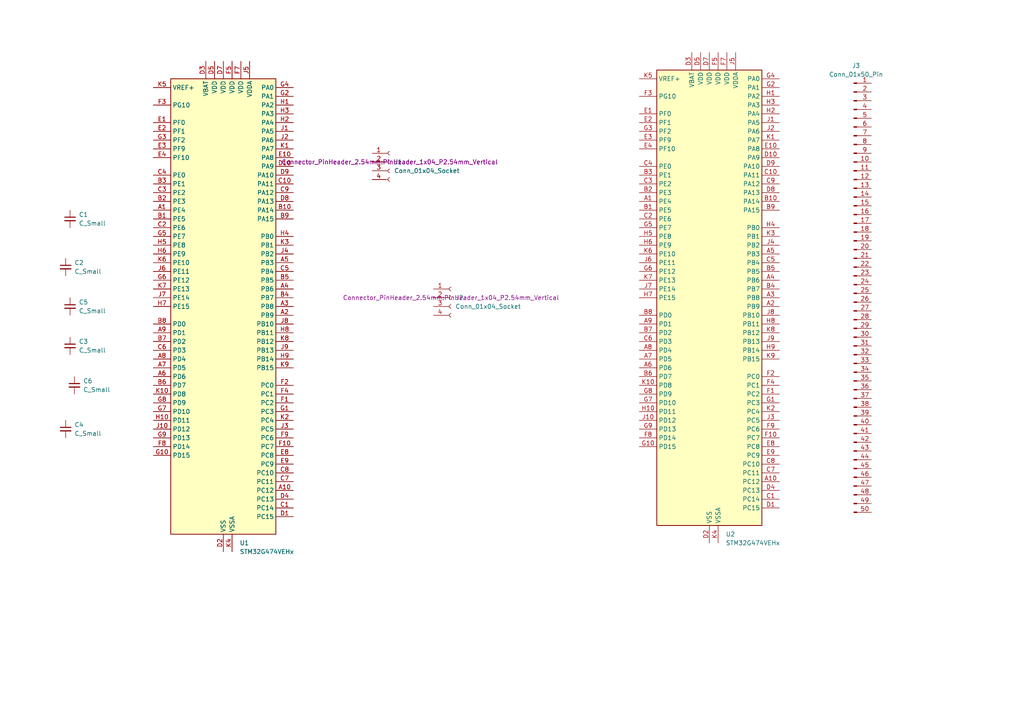
<source format=kicad_sch>
(kicad_sch (version 20230121) (generator eeschema)
  (paper "A4")
  (lib_symbols
    (symbol "Connector:Conn_01x04_Socket" (pin_names (offset 1.016) hide)
      (property "Reference" "J" (at 0 5.08 0))
      (property "Value" "Conn_01x04_Socket" (at 0 -7.62 0))
      (symbol "Conn_01x04_Socket_1_1"
        (arc (start 0 -4.572) (mid -0.5058 -5.08) (end 0 -5.588) (stroke (width 0.1524)))
        (arc (start 0 -2.032) (mid -0.5058 -2.54) (end 0 -3.048) (stroke (width 0.1524)))
        (polyline (pts (xy -1.27 -5.08) (xy -0.508 -5.08)) (stroke (width 0.1524)))
        (polyline (pts (xy -1.27 -2.54) (xy -0.508 -2.54)) (stroke (width 0.1524)))
        (polyline (pts (xy -1.27 0) (xy -0.508 0)) (stroke (width 0.1524)))
        (polyline (pts (xy -1.27 2.54) (xy -0.508 2.54)) (stroke (width 0.1524)))
        (arc (start 0 0.508) (mid -0.5058 0) (end 0 -0.508) (stroke (width 0.1524)))
        (arc (start 0 3.048) (mid -0.5058 2.54) (end 0 2.032) (stroke (width 0.1524)))
        (pin passive line (at -5.08 2.54 0) (length 3.81) (name "Pin_1") (number "1"))
        (pin passive line (at -5.08 0 0) (length 3.81) (name "Pin_2") (number "2"))
        (pin passive line (at -5.08 -2.54 0) (length 3.81) (name "Pin_3") (number "3"))
        (pin passive line (at -5.08 -5.08 0) (length 3.81) (name "Pin_4") (number "4"))
      )
    )
    (symbol "Connector:Conn_01x50_Pin" (pin_names (offset 1.016) hide)
      (property "Reference" "J" (at 0 63.5 0))
      (property "Value" "Conn_01x50_Pin" (at 0 -66.04 0))
      (symbol "Conn_01x50_Pin_1_1"
        (polyline (pts (xy 1.27 -63.5) (xy 0.8636 -63.5)) (stroke (width 0.1524)))
        (polyline (pts (xy 1.27 -60.96) (xy 0.8636 -60.96)) (stroke (width 0.1524)))
        (polyline (pts (xy 1.27 -58.42) (xy 0.8636 -58.42)) (stroke (width 0.1524)))
        (polyline (pts (xy 1.27 -55.88) (xy 0.8636 -55.88)) (stroke (width 0.1524)))
        (polyline (pts (xy 1.27 -53.34) (xy 0.8636 -53.34)) (stroke (width 0.1524)))
        (polyline (pts (xy 1.27 -50.8) (xy 0.8636 -50.8)) (stroke (width 0.1524)))
        (polyline (pts (xy 1.27 -48.26) (xy 0.8636 -48.26)) (stroke (width 0.1524)))
        (polyline (pts (xy 1.27 -45.72) (xy 0.8636 -45.72)) (stroke (width 0.1524)))
        (polyline (pts (xy 1.27 -43.18) (xy 0.8636 -43.18)) (stroke (width 0.1524)))
        (polyline (pts (xy 1.27 -40.64) (xy 0.8636 -40.64)) (stroke (width 0.1524)))
        (polyline (pts (xy 1.27 -38.1) (xy 0.8636 -38.1)) (stroke (width 0.1524)))
        (polyline (pts (xy 1.27 -35.56) (xy 0.8636 -35.56)) (stroke (width 0.1524)))
        (polyline (pts (xy 1.27 -33.02) (xy 0.8636 -33.02)) (stroke (width 0.1524)))
        (polyline (pts (xy 1.27 -30.48) (xy 0.8636 -30.48)) (stroke (width 0.1524)))
        (polyline (pts (xy 1.27 -27.94) (xy 0.8636 -27.94)) (stroke (width 0.1524)))
        (polyline (pts (xy 1.27 -25.4) (xy 0.8636 -25.4)) (stroke (width 0.1524)))
        (polyline (pts (xy 1.27 -22.86) (xy 0.8636 -22.86)) (stroke (width 0.1524)))
        (polyline (pts (xy 1.27 -20.32) (xy 0.8636 -20.32)) (stroke (width 0.1524)))
        (polyline (pts (xy 1.27 -17.78) (xy 0.8636 -17.78)) (stroke (width 0.1524)))
        (polyline (pts (xy 1.27 -15.24) (xy 0.8636 -15.24)) (stroke (width 0.1524)))
        (polyline (pts (xy 1.27 -12.7) (xy 0.8636 -12.7)) (stroke (width 0.1524)))
        (polyline (pts (xy 1.27 -10.16) (xy 0.8636 -10.16)) (stroke (width 0.1524)))
        (polyline (pts (xy 1.27 -7.62) (xy 0.8636 -7.62)) (stroke (width 0.1524)))
        (polyline (pts (xy 1.27 -5.08) (xy 0.8636 -5.08)) (stroke (width 0.1524)))
        (polyline (pts (xy 1.27 -2.54) (xy 0.8636 -2.54)) (stroke (width 0.1524)))
        (polyline (pts (xy 1.27 0) (xy 0.8636 0)) (stroke (width 0.1524)))
        (polyline (pts (xy 1.27 2.54) (xy 0.8636 2.54)) (stroke (width 0.1524)))
        (polyline (pts (xy 1.27 5.08) (xy 0.8636 5.08)) (stroke (width 0.1524)))
        (polyline (pts (xy 1.27 7.62) (xy 0.8636 7.62)) (stroke (width 0.1524)))
        (polyline (pts (xy 1.27 10.16) (xy 0.8636 10.16)) (stroke (width 0.1524)))
        (polyline (pts (xy 1.27 12.7) (xy 0.8636 12.7)) (stroke (width 0.1524)))
        (polyline (pts (xy 1.27 15.24) (xy 0.8636 15.24)) (stroke (width 0.1524)))
        (polyline (pts (xy 1.27 17.78) (xy 0.8636 17.78)) (stroke (width 0.1524)))
        (polyline (pts (xy 1.27 20.32) (xy 0.8636 20.32)) (stroke (width 0.1524)))
        (polyline (pts (xy 1.27 22.86) (xy 0.8636 22.86)) (stroke (width 0.1524)))
        (polyline (pts (xy 1.27 25.4) (xy 0.8636 25.4)) (stroke (width 0.1524)))
        (polyline (pts (xy 1.27 27.94) (xy 0.8636 27.94)) (stroke (width 0.1524)))
        (polyline (pts (xy 1.27 30.48) (xy 0.8636 30.48)) (stroke (width 0.1524)))
        (polyline (pts (xy 1.27 33.02) (xy 0.8636 33.02)) (stroke (width 0.1524)))
        (polyline (pts (xy 1.27 35.56) (xy 0.8636 35.56)) (stroke (width 0.1524)))
        (polyline (pts (xy 1.27 38.1) (xy 0.8636 38.1)) (stroke (width 0.1524)))
        (polyline (pts (xy 1.27 40.64) (xy 0.8636 40.64)) (stroke (width 0.1524)))
        (polyline (pts (xy 1.27 43.18) (xy 0.8636 43.18)) (stroke (width 0.1524)))
        (polyline (pts (xy 1.27 45.72) (xy 0.8636 45.72)) (stroke (width 0.1524)))
        (polyline (pts (xy 1.27 48.26) (xy 0.8636 48.26)) (stroke (width 0.1524)))
        (polyline (pts (xy 1.27 50.8) (xy 0.8636 50.8)) (stroke (width 0.1524)))
        (polyline (pts (xy 1.27 53.34) (xy 0.8636 53.34)) (stroke (width 0.1524)))
        (polyline (pts (xy 1.27 55.88) (xy 0.8636 55.88)) (stroke (width 0.1524)))
        (polyline (pts (xy 1.27 58.42) (xy 0.8636 58.42)) (stroke (width 0.1524)))
        (polyline (pts (xy 1.27 60.96) (xy 0.8636 60.96)) (stroke (width 0.1524)))
        (rectangle (start 0.8636 -63.373) (end 0 -63.627) (stroke (width 0.1524)) (fill (type outline)))
        (rectangle (start 0.8636 -60.833) (end 0 -61.087) (stroke (width 0.1524)) (fill (type outline)))
        (rectangle (start 0.8636 -58.293) (end 0 -58.547) (stroke (width 0.1524)) (fill (type outline)))
        (rectangle (start 0.8636 -55.753) (end 0 -56.007) (stroke (width 0.1524)) (fill (type outline)))
        (rectangle (start 0.8636 -53.213) (end 0 -53.467) (stroke (width 0.1524)) (fill (type outline)))
        (rectangle (start 0.8636 -50.673) (end 0 -50.927) (stroke (width 0.1524)) (fill (type outline)))
        (rectangle (start 0.8636 -48.133) (end 0 -48.387) (stroke (width 0.1524)) (fill (type outline)))
        (rectangle (start 0.8636 -45.593) (end 0 -45.847) (stroke (width 0.1524)) (fill (type outline)))
        (rectangle (start 0.8636 -43.053) (end 0 -43.307) (stroke (width 0.1524)) (fill (type outline)))
        (rectangle (start 0.8636 -40.513) (end 0 -40.767) (stroke (width 0.1524)) (fill (type outline)))
        (rectangle (start 0.8636 -37.973) (end 0 -38.227) (stroke (width 0.1524)) (fill (type outline)))
        (rectangle (start 0.8636 -35.433) (end 0 -35.687) (stroke (width 0.1524)) (fill (type outline)))
        (rectangle (start 0.8636 -32.893) (end 0 -33.147) (stroke (width 0.1524)) (fill (type outline)))
        (rectangle (start 0.8636 -30.353) (end 0 -30.607) (stroke (width 0.1524)) (fill (type outline)))
        (rectangle (start 0.8636 -27.813) (end 0 -28.067) (stroke (width 0.1524)) (fill (type outline)))
        (rectangle (start 0.8636 -25.273) (end 0 -25.527) (stroke (width 0.1524)) (fill (type outline)))
        (rectangle (start 0.8636 -22.733) (end 0 -22.987) (stroke (width 0.1524)) (fill (type outline)))
        (rectangle (start 0.8636 -20.193) (end 0 -20.447) (stroke (width 0.1524)) (fill (type outline)))
        (rectangle (start 0.8636 -17.653) (end 0 -17.907) (stroke (width 0.1524)) (fill (type outline)))
        (rectangle (start 0.8636 -15.113) (end 0 -15.367) (stroke (width 0.1524)) (fill (type outline)))
        (rectangle (start 0.8636 -12.573) (end 0 -12.827) (stroke (width 0.1524)) (fill (type outline)))
        (rectangle (start 0.8636 -10.033) (end 0 -10.287) (stroke (width 0.1524)) (fill (type outline)))
        (rectangle (start 0.8636 -7.493) (end 0 -7.747) (stroke (width 0.1524)) (fill (type outline)))
        (rectangle (start 0.8636 -4.953) (end 0 -5.207) (stroke (width 0.1524)) (fill (type outline)))
        (rectangle (start 0.8636 -2.413) (end 0 -2.667) (stroke (width 0.1524)) (fill (type outline)))
        (rectangle (start 0.8636 0.127) (end 0 -0.127) (stroke (width 0.1524)) (fill (type outline)))
        (rectangle (start 0.8636 2.667) (end 0 2.413) (stroke (width 0.1524)) (fill (type outline)))
        (rectangle (start 0.8636 5.207) (end 0 4.953) (stroke (width 0.1524)) (fill (type outline)))
        (rectangle (start 0.8636 7.747) (end 0 7.493) (stroke (width 0.1524)) (fill (type outline)))
        (rectangle (start 0.8636 10.287) (end 0 10.033) (stroke (width 0.1524)) (fill (type outline)))
        (rectangle (start 0.8636 12.827) (end 0 12.573) (stroke (width 0.1524)) (fill (type outline)))
        (rectangle (start 0.8636 15.367) (end 0 15.113) (stroke (width 0.1524)) (fill (type outline)))
        (rectangle (start 0.8636 17.907) (end 0 17.653) (stroke (width 0.1524)) (fill (type outline)))
        (rectangle (start 0.8636 20.447) (end 0 20.193) (stroke (width 0.1524)) (fill (type outline)))
        (rectangle (start 0.8636 22.987) (end 0 22.733) (stroke (width 0.1524)) (fill (type outline)))
        (rectangle (start 0.8636 25.527) (end 0 25.273) (stroke (width 0.1524)) (fill (type outline)))
        (rectangle (start 0.8636 28.067) (end 0 27.813) (stroke (width 0.1524)) (fill (type outline)))
        (rectangle (start 0.8636 30.607) (end 0 30.353) (stroke (width 0.1524)) (fill (type outline)))
        (rectangle (start 0.8636 33.147) (end 0 32.893) (stroke (width 0.1524)) (fill (type outline)))
        (rectangle (start 0.8636 35.687) (end 0 35.433) (stroke (width 0.1524)) (fill (type outline)))
        (rectangle (start 0.8636 38.227) (end 0 37.973) (stroke (width 0.1524)) (fill (type outline)))
        (rectangle (start 0.8636 40.767) (end 0 40.513) (stroke (width 0.1524)) (fill (type outline)))
        (rectangle (start 0.8636 43.307) (end 0 43.053) (stroke (width 0.1524)) (fill (type outline)))
        (rectangle (start 0.8636 45.847) (end 0 45.593) (stroke (width 0.1524)) (fill (type outline)))
        (rectangle (start 0.8636 48.387) (end 0 48.133) (stroke (width 0.1524)) (fill (type outline)))
        (rectangle (start 0.8636 50.927) (end 0 50.673) (stroke (width 0.1524)) (fill (type outline)))
        (rectangle (start 0.8636 53.467) (end 0 53.213) (stroke (width 0.1524)) (fill (type outline)))
        (rectangle (start 0.8636 56.007) (end 0 55.753) (stroke (width 0.1524)) (fill (type outline)))
        (rectangle (start 0.8636 58.547) (end 0 58.293) (stroke (width 0.1524)) (fill (type outline)))
        (rectangle (start 0.8636 61.087) (end 0 60.833) (stroke (width 0.1524)) (fill (type outline)))
        (pin passive line (at 5.08 60.96 180) (length 3.81) (name "Pin_1") (number "1"))
        (pin passive line (at 5.08 38.1 180) (length 3.81) (name "Pin_10") (number "10"))
        (pin passive line (at 5.08 35.56 180) (length 3.81) (name "Pin_11") (number "11"))
        (pin passive line (at 5.08 33.02 180) (length 3.81) (name "Pin_12") (number "12"))
        (pin passive line (at 5.08 30.48 180) (length 3.81) (name "Pin_13") (number "13"))
        (pin passive line (at 5.08 27.94 180) (length 3.81) (name "Pin_14") (number "14"))
        (pin passive line (at 5.08 25.4 180) (length 3.81) (name "Pin_15") (number "15"))
        (pin passive line (at 5.08 22.86 180) (length 3.81) (name "Pin_16") (number "16"))
        (pin passive line (at 5.08 20.32 180) (length 3.81) (name "Pin_17") (number "17"))
        (pin passive line (at 5.08 17.78 180) (length 3.81) (name "Pin_18") (number "18"))
        (pin passive line (at 5.08 15.24 180) (length 3.81) (name "Pin_19") (number "19"))
        (pin passive line (at 5.08 58.42 180) (length 3.81) (name "Pin_2") (number "2"))
        (pin passive line (at 5.08 12.7 180) (length 3.81) (name "Pin_20") (number "20"))
        (pin passive line (at 5.08 10.16 180) (length 3.81) (name "Pin_21") (number "21"))
        (pin passive line (at 5.08 7.62 180) (length 3.81) (name "Pin_22") (number "22"))
        (pin passive line (at 5.08 5.08 180) (length 3.81) (name "Pin_23") (number "23"))
        (pin passive line (at 5.08 2.54 180) (length 3.81) (name "Pin_24") (number "24"))
        (pin passive line (at 5.08 0 180) (length 3.81) (name "Pin_25") (number "25"))
        (pin passive line (at 5.08 -2.54 180) (length 3.81) (name "Pin_26") (number "26"))
        (pin passive line (at 5.08 -5.08 180) (length 3.81) (name "Pin_27") (number "27"))
        (pin passive line (at 5.08 -7.62 180) (length 3.81) (name "Pin_28") (number "28"))
        (pin passive line (at 5.08 -10.16 180) (length 3.81) (name "Pin_29") (number "29"))
        (pin passive line (at 5.08 55.88 180) (length 3.81) (name "Pin_3") (number "3"))
        (pin passive line (at 5.08 -12.7 180) (length 3.81) (name "Pin_30") (number "30"))
        (pin passive line (at 5.08 -15.24 180) (length 3.81) (name "Pin_31") (number "31"))
        (pin passive line (at 5.08 -17.78 180) (length 3.81) (name "Pin_32") (number "32"))
        (pin passive line (at 5.08 -20.32 180) (length 3.81) (name "Pin_33") (number "33"))
        (pin passive line (at 5.08 -22.86 180) (length 3.81) (name "Pin_34") (number "34"))
        (pin passive line (at 5.08 -25.4 180) (length 3.81) (name "Pin_35") (number "35"))
        (pin passive line (at 5.08 -27.94 180) (length 3.81) (name "Pin_36") (number "36"))
        (pin passive line (at 5.08 -30.48 180) (length 3.81) (name "Pin_37") (number "37"))
        (pin passive line (at 5.08 -33.02 180) (length 3.81) (name "Pin_38") (number "38"))
        (pin passive line (at 5.08 -35.56 180) (length 3.81) (name "Pin_39") (number "39"))
        (pin passive line (at 5.08 53.34 180) (length 3.81) (name "Pin_4") (number "4"))
        (pin passive line (at 5.08 -38.1 180) (length 3.81) (name "Pin_40") (number "40"))
        (pin passive line (at 5.08 -40.64 180) (length 3.81) (name "Pin_41") (number "41"))
        (pin passive line (at 5.08 -43.18 180) (length 3.81) (name "Pin_42") (number "42"))
        (pin passive line (at 5.08 -45.72 180) (length 3.81) (name "Pin_43") (number "43"))
        (pin passive line (at 5.08 -48.26 180) (length 3.81) (name "Pin_44") (number "44"))
        (pin passive line (at 5.08 -50.8 180) (length 3.81) (name "Pin_45") (number "45"))
        (pin passive line (at 5.08 -53.34 180) (length 3.81) (name "Pin_46") (number "46"))
        (pin passive line (at 5.08 -55.88 180) (length 3.81) (name "Pin_47") (number "47"))
        (pin passive line (at 5.08 -58.42 180) (length 3.81) (name "Pin_48") (number "48"))
        (pin passive line (at 5.08 -60.96 180) (length 3.81) (name "Pin_49") (number "49"))
        (pin passive line (at 5.08 50.8 180) (length 3.81) (name "Pin_5") (number "5"))
        (pin passive line (at 5.08 -63.5 180) (length 3.81) (name "Pin_50") (number "50"))
        (pin passive line (at 5.08 48.26 180) (length 3.81) (name "Pin_6") (number "6"))
        (pin passive line (at 5.08 45.72 180) (length 3.81) (name "Pin_7") (number "7"))
        (pin passive line (at 5.08 43.18 180) (length 3.81) (name "Pin_8") (number "8"))
        (pin passive line (at 5.08 40.64 180) (length 3.81) (name "Pin_9") (number "9"))
      )
    )
    (symbol "Device:C_Small" (pin_numbers hide) (pin_names (offset 0.254) hide)
      (property "Reference" "C" (at 0.254 1.778 0))
      (property "Value" "C_Small" (at 0.254 -2.032 0))
      (symbol "C_Small_0_1"
        (polyline (pts (xy -1.524 -0.508) (xy 1.524 -0.508)) (stroke (width 0.3302)))
        (polyline (pts (xy -1.524 0.508) (xy 1.524 0.508)) (stroke (width 0.3048)))
      )
      (symbol "C_Small_1_1"
        (pin passive line (at 0 2.54 270) (length 2.032) (name "~") (number "1"))
        (pin passive line (at 0 -2.54 90) (length 2.032) (name "~") (number "2"))
      )
    )
    (symbol "FPGA_Xilinx_Artix7:XC7A35T-FTG256" (pin_names (offset 1.016))
      (property "Reference" "U" (at 0 1.27 0))
      (property "Value" "XC7A35T-FTG256" (at 0 -1.27 0))
      (symbol "XC7A35T-FTG256_1_1"
        (rectangle (start -44.45 67.31) (end 44.45 -73.66) (stroke (width 0.254)) (fill (type background)))
        (pin bidirectional line (at 50.8 38.1 180) (length 6.35) (name "IO_L3N_T0_DQS_AD1N_15") (number "A10"))
        (pin bidirectional line (at 50.8 27.94 180) (length 6.35) (name "IO_L5N_T0_AD9N_15") (number "A12"))
        (pin bidirectional line (at 50.8 20.32 180) (length 6.35) (name "IO_L7P_T1_AD2P_15") (number "A13"))
        (pin bidirectional line (at 50.8 17.78 180) (length 6.35) (name "IO_L7N_T1_AD2N_15") (number "A14"))
        (pin bidirectional line (at 50.8 7.62 180) (length 6.35) (name "IO_L9N_T1_DQS_AD3N_15") (number "A15"))
        (pin power_in line (at 27.94 73.66 270) (length 6.35) (name "VCCO_15") (number "A16"))
        (pin bidirectional line (at 50.8 45.72 180) (length 6.35) (name "IO_L2P_T0_AD8P_15") (number "A8"))
        (pin bidirectional line (at 50.8 43.18 180) (length 6.35) (name "IO_L2N_T0_AD8N_15") (number "A9"))
        (pin bidirectional line (at 50.8 35.56 180) (length 6.35) (name "IO_L4P_T0_15") (number "B10"))
        (pin bidirectional line (at 50.8 33.02 180) (length 6.35) (name "IO_L4N_T0_15") (number "B11"))
        (pin bidirectional line (at 50.8 30.48 180) (length 6.35) (name "IO_L5P_T0_AD9P_15") (number "B12"))
        (pin power_in line (at 30.48 73.66 270) (length 6.35) (name "VCCO_15") (number "B13"))
        (pin bidirectional line (at 50.8 12.7 180) (length 6.35) (name "IO_L8N_T1_AD10N_15") (number "B14"))
        (pin bidirectional line (at 50.8 10.16 180) (length 6.35) (name "IO_L9P_T1_DQS_AD3P_15") (number "B15"))
        (pin bidirectional line (at 50.8 2.54 180) (length 6.35) (name "IO_L10N_T1_AD11N_15") (number "B16"))
        (pin bidirectional line (at 50.8 40.64 180) (length 6.35) (name "IO_L3P_T0_DQS_AD1P_15") (number "B9"))
        (pin power_in line (at 33.02 73.66 270) (length 6.35) (name "VCCO_15") (number "C10"))
        (pin bidirectional line (at 50.8 0 180) (length 6.35) (name "IO_L11P_T1_SRCC_15") (number "C11"))
        (pin bidirectional line (at 50.8 -2.54 180) (length 6.35) (name "IO_L11N_T1_SRCC_15") (number "C12"))
        (pin bidirectional line (at 50.8 -7.62 180) (length 6.35) (name "IO_L12N_T1_MRCC_15") (number "C13"))
        (pin bidirectional line (at 50.8 15.24 180) (length 6.35) (name "IO_L8P_T1_AD10P_15") (number "C14"))
        (pin bidirectional line (at 50.8 5.08 180) (length 6.35) (name "IO_L10P_T1_AD11P_15") (number "C16"))
        (pin bidirectional line (at 50.8 50.8 180) (length 6.35) (name "IO_L1P_T0_AD0P_15") (number "C8"))
        (pin bidirectional line (at 50.8 48.26 180) (length 6.35) (name "IO_L1N_T0_AD0N_15") (number "C9"))
        (pin bidirectional line (at 50.8 53.34 180) (length 6.35) (name "IO_0_15") (number "D10"))
        (pin bidirectional line (at 50.8 -17.78 180) (length 6.35) (name "IO_L14N_T2_SRCC_15") (number "D11"))
        (pin bidirectional line (at 50.8 -5.08 180) (length 6.35) (name "IO_L12P_T1_MRCC_15") (number "D13"))
        (pin bidirectional line (at 50.8 -20.32 180) (length 6.35) (name "IO_L15P_T2_DQS_15") (number "D14"))
        (pin bidirectional line (at 50.8 -22.86 180) (length 6.35) (name "IO_L15N_T2_DQS_ADV_B_15") (number "D15"))
        (pin bidirectional line (at 50.8 -33.02 180) (length 6.35) (name "IO_L17N_T2_A25_15") (number "D16"))
        (pin bidirectional line (at 50.8 25.4 180) (length 6.35) (name "IO_L6P_T0_15") (number "D8"))
        (pin bidirectional line (at 50.8 22.86 180) (length 6.35) (name "IO_L6N_T0_VREF_15") (number "D9"))
        (pin bidirectional line (at 50.8 -15.24 180) (length 6.35) (name "IO_L14P_T2_SRCC_15") (number "E11"))
        (pin bidirectional line (at 50.8 -10.16 180) (length 6.35) (name "IO_L13P_T2_MRCC_15") (number "E12"))
        (pin bidirectional line (at 50.8 -12.7 180) (length 6.35) (name "IO_L13N_T2_MRCC_15") (number "E13"))
        (pin power_in line (at 35.56 73.66 270) (length 6.35) (name "VCCO_15") (number "E14"))
        (pin bidirectional line (at 50.8 -38.1 180) (length 6.35) (name "IO_L18N_T2_A23_15") (number "E15"))
        (pin bidirectional line (at 50.8 -30.48 180) (length 6.35) (name "IO_L17P_T2_A26_15") (number "E16"))
        (pin bidirectional line (at 50.8 -25.4 180) (length 6.35) (name "IO_L16P_T2_A28_15") (number "F12"))
        (pin bidirectional line (at 50.8 -27.94 180) (length 6.35) (name "IO_L16N_T2_A27_15") (number "F13"))
        (pin bidirectional line (at 50.8 -53.34 180) (length 6.35) (name "IO_L21N_T3_DQS_A18_15") (number "F14"))
        (pin bidirectional line (at 50.8 -35.56 180) (length 6.35) (name "IO_L18P_T2_A24_15") (number "F15"))
        (pin bidirectional line (at 50.8 -71.12 180) (length 6.35) (name "IO_25_15") (number "G11"))
        (pin bidirectional line (at 50.8 -43.18 180) (length 6.35) (name "IO_L19N_T3_A21_VREF_15") (number "G12"))
        (pin bidirectional line (at 50.8 -50.8 180) (length 6.35) (name "IO_L21P_T3_DQS_15") (number "G14"))
        (pin bidirectional line (at 50.8 -68.58 180) (length 6.35) (name "IO_L24N_T3_RS0_15") (number "G15"))
        (pin bidirectional line (at 50.8 -58.42 180) (length 6.35) (name "IO_L22N_T3_A16_15") (number "G16"))
        (pin bidirectional line (at 50.8 -40.64 180) (length 6.35) (name "IO_L19P_T3_A22_15") (number "H11"))
        (pin bidirectional line (at 50.8 -45.72 180) (length 6.35) (name "IO_L20P_T3_A20_15") (number "H12"))
        (pin bidirectional line (at 50.8 -48.26 180) (length 6.35) (name "IO_L20N_T3_A19_15") (number "H13"))
        (pin bidirectional line (at 50.8 -66.04 180) (length 6.35) (name "IO_L24P_T3_RS1_15") (number "H14"))
        (pin power_in line (at 38.1 73.66 270) (length 6.35) (name "VCCO_15") (number "H15"))
        (pin bidirectional line (at 50.8 -55.88 180) (length 6.35) (name "IO_L22P_T3_A17_15") (number "H16"))
        (pin power_in line (at 40.64 73.66 270) (length 6.35) (name "VCCO_15") (number "J12"))
        (pin bidirectional line (at -50.8 50.8 0) (length 6.35) (name "IO_L1P_T0_D00_MOSI_14") (number "J13"))
        (pin bidirectional line (at -50.8 48.26 0) (length 6.35) (name "IO_L1N_T0_D01_DIN_14") (number "J14"))
        (pin bidirectional line (at 50.8 -60.96 180) (length 6.35) (name "IO_L23P_T3_FOE_B_15") (number "J15"))
        (pin bidirectional line (at 50.8 -63.5 180) (length 6.35) (name "IO_L23N_T3_FWE_B_15") (number "J16"))
        (pin bidirectional line (at -50.8 53.34 0) (length 6.35) (name "IO_0_14") (number "K12"))
        (pin bidirectional line (at -50.8 30.48 0) (length 6.35) (name "IO_L5P_T0_D06_14") (number "K13"))
        (pin bidirectional line (at -50.8 45.72 0) (length 6.35) (name "IO_L2P_T0_D02_14") (number "K15"))
        (pin bidirectional line (at -50.8 43.18 0) (length 6.35) (name "IO_L2N_T0_D03_14") (number "K16"))
        (pin bidirectional line (at -50.8 25.4 0) (length 6.35) (name "IO_L6P_T0_FCS_B_14") (number "L12"))
        (pin bidirectional line (at -50.8 27.94 0) (length 6.35) (name "IO_L5N_T0_D07_14") (number "L13"))
        (pin bidirectional line (at -50.8 35.56 0) (length 6.35) (name "IO_L4P_T0_D04_14") (number "L14"))
        (pin bidirectional line (at -50.8 40.64 0) (length 6.35) (name "IO_L3P_T0_DQS_PUDC_B_14") (number "L15"))
        (pin power_in line (at -40.64 73.66 270) (length 6.35) (name "VCCO_14") (number "L16"))
        (pin bidirectional line (at -50.8 22.86 0) (length 6.35) (name "IO_L6N_T0_D08_VREF_14") (number "M12"))
        (pin power_in line (at -38.1 73.66 270) (length 6.35) (name "VCCO_14") (number "M13"))
        (pin bidirectional line (at -50.8 33.02 0) (length 6.35) (name "IO_L4N_T0_D05_14") (number "M14"))
        (pin bidirectional line (at -50.8 38.1 0) (length 6.35) (name "IO_L3N_T0_DQS_EMCCLK_14") (number "M15"))
        (pin bidirectional line (at -50.8 20.32 0) (length 6.35) (name "IO_L7P_T1_D09_14") (number "M16"))
        (pin bidirectional line (at -50.8 -40.64 0) (length 6.35) (name "IO_L19P_T3_A10_D26_14") (number "M6"))
        (pin power_in line (at -35.56 73.66 270) (length 6.35) (name "VCCO_14") (number "N10"))
        (pin bidirectional line (at -50.8 -10.16 0) (length 6.35) (name "IO_L13P_T2_MRCC_14") (number "N11"))
        (pin bidirectional line (at -50.8 -12.7 0) (length 6.35) (name "IO_L13N_T2_MRCC_14") (number "N12"))
        (pin bidirectional line (at -50.8 0 0) (length 6.35) (name "IO_L11P_T1_SRCC_14") (number "N13"))
        (pin bidirectional line (at -50.8 -5.08 0) (length 6.35) (name "IO_L12P_T1_MRCC_14") (number "N14"))
        (pin bidirectional line (at -50.8 17.78 0) (length 6.35) (name "IO_L7N_T1_D10_14") (number "N16"))
        (pin bidirectional line (at -50.8 -43.18 0) (length 6.35) (name "IO_L19N_T3_A09_D25_VREF_14") (number "N6"))
        (pin bidirectional line (at -50.8 -35.56 0) (length 6.35) (name "IO_L18P_T2_A12_D28_14") (number "N9"))
        (pin bidirectional line (at -50.8 -15.24 0) (length 6.35) (name "IO_L14P_T2_SRCC_14") (number "P10"))
        (pin bidirectional line (at -50.8 -17.78 0) (length 6.35) (name "IO_L14N_T2_SRCC_14") (number "P11"))
        (pin bidirectional line (at -50.8 -2.54 0) (length 6.35) (name "IO_L11N_T1_SRCC_14") (number "P13"))
        (pin bidirectional line (at -50.8 -7.62 0) (length 6.35) (name "IO_L12N_T1_MRCC_14") (number "P14"))
        (pin bidirectional line (at -50.8 15.24 0) (length 6.35) (name "IO_L8P_T1_D11_14") (number "P15"))
        (pin bidirectional line (at -50.8 12.7 0) (length 6.35) (name "IO_L8N_T1_D12_14") (number "P16"))
        (pin bidirectional line (at -50.8 -71.12 0) (length 6.35) (name "IO_25_14") (number "P6"))
        (pin power_in line (at -33.02 73.66 270) (length 6.35) (name "VCCO_14") (number "P7"))
        (pin bidirectional line (at -50.8 -45.72 0) (length 6.35) (name "IO_L20P_T3_A08_D24_14") (number "P8"))
        (pin bidirectional line (at -50.8 -38.1 0) (length 6.35) (name "IO_L18N_T2_A11_D27_14") (number "P9"))
        (pin bidirectional line (at -50.8 -30.48 0) (length 6.35) (name "IO_L17P_T2_A14_D30_14") (number "R10"))
        (pin bidirectional line (at -50.8 -33.02 0) (length 6.35) (name "IO_L17N_T2_A13_D29_14") (number "R11"))
        (pin bidirectional line (at -50.8 -20.32 0) (length 6.35) (name "IO_L15P_T2_DQS_RDWR_B_14") (number "R12"))
        (pin bidirectional line (at -50.8 -25.4 0) (length 6.35) (name "IO_L16P_T2_CSI_B_14") (number "R13"))
        (pin power_in line (at -30.48 73.66 270) (length 6.35) (name "VCCO_14") (number "R14"))
        (pin bidirectional line (at -50.8 10.16 0) (length 6.35) (name "IO_L9P_T1_DQS_14") (number "R15"))
        (pin bidirectional line (at -50.8 7.62 0) (length 6.35) (name "IO_L9N_T1_DQS_D13_14") (number "R16"))
        (pin bidirectional line (at -50.8 -60.96 0) (length 6.35) (name "IO_L23P_T3_A03_D19_14") (number "R5"))
        (pin bidirectional line (at -50.8 -66.04 0) (length 6.35) (name "IO_L24P_T3_A01_D17_14") (number "R6"))
        (pin bidirectional line (at -50.8 -68.58 0) (length 6.35) (name "IO_L24N_T3_A00_D16_14") (number "R7"))
        (pin bidirectional line (at -50.8 -48.26 0) (length 6.35) (name "IO_L20N_T3_A07_D23_14") (number "R8"))
        (pin bidirectional line (at -50.8 -58.42 0) (length 6.35) (name "IO_L22N_T3_A04_D20_14") (number "T10"))
        (pin power_in line (at -27.94 73.66 270) (length 6.35) (name "VCCO_14") (number "T11"))
        (pin bidirectional line (at -50.8 -22.86 0) (length 6.35) (name "IO_L15N_T2_DQS_DOUT_CSO_B_14") (number "T12"))
        (pin bidirectional line (at -50.8 -27.94 0) (length 6.35) (name "IO_L16N_T2_A15_D31_14") (number "T13"))
        (pin bidirectional line (at -50.8 5.08 0) (length 6.35) (name "IO_L10P_T1_D14_14") (number "T14"))
        (pin bidirectional line (at -50.8 2.54 0) (length 6.35) (name "IO_L10N_T1_D15_14") (number "T15"))
        (pin bidirectional line (at -50.8 -63.5 0) (length 6.35) (name "IO_L23N_T3_A02_D18_14") (number "T5"))
        (pin bidirectional line (at -50.8 -50.8 0) (length 6.35) (name "IO_L21P_T3_DQS_14") (number "T7"))
        (pin bidirectional line (at -50.8 -53.34 0) (length 6.35) (name "IO_L21N_T3_DQS_A06_D22_14") (number "T8"))
        (pin bidirectional line (at -50.8 -55.88 0) (length 6.35) (name "IO_L22P_T3_A05_D21_14") (number "T9"))
      )
      (symbol "XC7A35T-FTG256_2_1"
        (rectangle (start -44.45 67.31) (end 44.45 -73.66) (stroke (width 0.254)) (fill (type background)))
        (pin bidirectional line (at 50.8 12.7 180) (length 6.35) (name "IO_L8N_T1_AD14N_35") (number "A2"))
        (pin bidirectional line (at 50.8 33.02 180) (length 6.35) (name "IO_L4N_T0_35") (number "A3"))
        (pin bidirectional line (at 50.8 38.1 180) (length 6.35) (name "IO_L3N_T0_DQS_AD5N_35") (number "A4"))
        (pin bidirectional line (at 50.8 40.64 180) (length 6.35) (name "IO_L3P_T0_DQS_AD5P_35") (number "A5"))
        (pin power_in line (at 27.94 73.66 270) (length 6.35) (name "VCCO_35") (number "A6"))
        (pin bidirectional line (at 50.8 48.26 180) (length 6.35) (name "IO_L1N_T0_AD4N_35") (number "A7"))
        (pin bidirectional line (at 50.8 7.62 180) (length 6.35) (name "IO_L9N_T1_DQS_AD7N_35") (number "B1"))
        (pin bidirectional line (at 50.8 15.24 180) (length 6.35) (name "IO_L8P_T1_AD14P_35") (number "B2"))
        (pin power_in line (at 30.48 73.66 270) (length 6.35) (name "VCCO_35") (number "B3"))
        (pin bidirectional line (at 50.8 35.56 180) (length 6.35) (name "IO_L4P_T0_35") (number "B4"))
        (pin bidirectional line (at 50.8 43.18 180) (length 6.35) (name "IO_L2N_T0_AD12N_35") (number "B5"))
        (pin bidirectional line (at 50.8 45.72 180) (length 6.35) (name "IO_L2P_T0_AD12P_35") (number "B6"))
        (pin bidirectional line (at 50.8 50.8 180) (length 6.35) (name "IO_L1P_T0_AD4P_35") (number "B7"))
        (pin bidirectional line (at 50.8 10.16 180) (length 6.35) (name "IO_L9P_T1_DQS_AD7P_35") (number "C1"))
        (pin bidirectional line (at 50.8 17.78 180) (length 6.35) (name "IO_L7N_T1_AD6N_35") (number "C2"))
        (pin bidirectional line (at 50.8 20.32 180) (length 6.35) (name "IO_L7P_T1_AD6P_35") (number "C3"))
        (pin bidirectional line (at 50.8 -7.62 180) (length 6.35) (name "IO_L12N_T1_MRCC_35") (number "C4"))
        (pin bidirectional line (at 50.8 27.94 180) (length 6.35) (name "IO_L5N_T0_AD13N_35") (number "C6"))
        (pin bidirectional line (at 50.8 30.48 180) (length 6.35) (name "IO_L5P_T0_AD13P_35") (number "C7"))
        (pin bidirectional line (at 50.8 2.54 180) (length 6.35) (name "IO_L10N_T1_AD15N_35") (number "D1"))
        (pin bidirectional line (at 50.8 -2.54 180) (length 6.35) (name "IO_L11N_T1_SRCC_35") (number "D3"))
        (pin bidirectional line (at 50.8 -5.08 180) (length 6.35) (name "IO_L12P_T1_MRCC_35") (number "D4"))
        (pin bidirectional line (at 50.8 22.86 180) (length 6.35) (name "IO_L6N_T0_VREF_35") (number "D5"))
        (pin bidirectional line (at 50.8 25.4 180) (length 6.35) (name "IO_L6P_T0_35") (number "D6"))
        (pin power_in line (at 33.02 73.66 270) (length 6.35) (name "VCCO_35") (number "D7"))
        (pin bidirectional line (at 50.8 -22.86 180) (length 6.35) (name "IO_L15N_T2_DQS_35") (number "E1"))
        (pin bidirectional line (at 50.8 5.08 180) (length 6.35) (name "IO_L10P_T1_AD15P_35") (number "E2"))
        (pin bidirectional line (at 50.8 0 180) (length 6.35) (name "IO_L11P_T1_SRCC_35") (number "E3"))
        (pin power_in line (at 35.56 73.66 270) (length 6.35) (name "VCCO_35") (number "E4"))
        (pin bidirectional line (at 50.8 -12.7 180) (length 6.35) (name "IO_L13N_T2_MRCC_35") (number "E5"))
        (pin bidirectional line (at 50.8 53.34 180) (length 6.35) (name "IO_0_35") (number "E6"))
        (pin power_in line (at 38.1 73.66 270) (length 6.35) (name "VCCO_35") (number "F1"))
        (pin bidirectional line (at 50.8 -20.32 180) (length 6.35) (name "IO_L15P_T2_DQS_35") (number "F2"))
        (pin bidirectional line (at 50.8 -17.78 180) (length 6.35) (name "IO_L14N_T2_SRCC_35") (number "F3"))
        (pin bidirectional line (at 50.8 -15.24 180) (length 6.35) (name "IO_L14P_T2_SRCC_35") (number "F4"))
        (pin bidirectional line (at 50.8 -10.16 180) (length 6.35) (name "IO_L13P_T2_MRCC_35") (number "F5"))
        (pin bidirectional line (at 50.8 -33.02 180) (length 6.35) (name "IO_L17N_T2_35") (number "G1"))
        (pin bidirectional line (at 50.8 -30.48 180) (length 6.35) (name "IO_L17P_T2_35") (number "G2"))
        (pin bidirectional line (at 50.8 -27.94 180) (length 6.35) (name "IO_L16N_T2_35") (number "G4"))
        (pin bidirectional line (at 50.8 -25.4 180) (length 6.35) (name "IO_L16P_T2_35") (number "G5"))
        (pin bidirectional line (at 50.8 -48.26 180) (length 6.35) (name "IO_L20N_T3_35") (number "H1"))
        (pin bidirectional line (at 50.8 -45.72 180) (length 6.35) (name "IO_L20P_T3_35") (number "H2"))
        (pin bidirectional line (at 50.8 -53.34 180) (length 6.35) (name "IO_L21N_T3_DQS_35") (number "H3"))
        (pin bidirectional line (at 50.8 -38.1 180) (length 6.35) (name "IO_L18N_T2_35") (number "H4"))
        (pin bidirectional line (at 50.8 -35.56 180) (length 6.35) (name "IO_L18P_T2_35") (number "H5"))
        (pin bidirectional line (at 50.8 -58.42 180) (length 6.35) (name "IO_L22N_T3_35") (number "J1"))
        (pin power_in line (at 40.64 73.66 270) (length 6.35) (name "VCCO_35") (number "J2"))
        (pin bidirectional line (at 50.8 -50.8 180) (length 6.35) (name "IO_L21P_T3_DQS_35") (number "J3"))
        (pin bidirectional line (at 50.8 -43.18 180) (length 6.35) (name "IO_L19N_T3_VREF_35") (number "J4"))
        (pin bidirectional line (at 50.8 -40.64 180) (length 6.35) (name "IO_L19P_T3_35") (number "J5"))
        (pin bidirectional line (at 50.8 -55.88 180) (length 6.35) (name "IO_L22P_T3_35") (number "K1"))
        (pin bidirectional line (at 50.8 -68.58 180) (length 6.35) (name "IO_L24N_T3_35") (number "K2"))
        (pin bidirectional line (at 50.8 -66.04 180) (length 6.35) (name "IO_L24P_T3_35") (number "K3"))
        (pin bidirectional line (at 50.8 -71.12 180) (length 6.35) (name "IO_25_35") (number "K5"))
        (pin bidirectional line (at 50.8 -63.5 180) (length 6.35) (name "IO_L23N_T3_35") (number "L2"))
        (pin bidirectional line (at 50.8 -60.96 180) (length 6.35) (name "IO_L23P_T3_35") (number "L3"))
        (pin bidirectional line (at -50.8 50.8 0) (length 6.35) (name "IO_L1P_T0_34") (number "L4"))
        (pin bidirectional line (at -50.8 53.34 0) (length 6.35) (name "IO_0_34") (number "L5"))
        (pin bidirectional line (at -50.8 43.18 0) (length 6.35) (name "IO_L2N_T0_34") (number "M1"))
        (pin bidirectional line (at -50.8 45.72 0) (length 6.35) (name "IO_L2P_T0_34") (number "M2"))
        (pin power_in line (at -40.64 73.66 270) (length 6.35) (name "VCCO_34") (number "M3"))
        (pin bidirectional line (at -50.8 48.26 0) (length 6.35) (name "IO_L1N_T0_34") (number "M4"))
        (pin bidirectional line (at -50.8 25.4 0) (length 6.35) (name "IO_L6P_T0_34") (number "M5"))
        (pin bidirectional line (at -50.8 35.56 0) (length 6.35) (name "IO_L4P_T0_34") (number "N1"))
        (pin bidirectional line (at -50.8 38.1 0) (length 6.35) (name "IO_L3N_T0_DQS_34") (number "N2"))
        (pin bidirectional line (at -50.8 40.64 0) (length 6.35) (name "IO_L3P_T0_DQS_34") (number "N3"))
        (pin bidirectional line (at -50.8 22.86 0) (length 6.35) (name "IO_L6N_T0_VREF_34") (number "N4"))
        (pin bidirectional line (at -50.8 33.02 0) (length 6.35) (name "IO_L4N_T0_34") (number "P1"))
        (pin bidirectional line (at -50.8 27.94 0) (length 6.35) (name "IO_L5N_T0_34") (number "P3"))
        (pin bidirectional line (at -50.8 30.48 0) (length 6.35) (name "IO_L5P_T0_34") (number "P4"))
        (pin bidirectional line (at -50.8 5.08 0) (length 6.35) (name "IO_L10P_T1_34") (number "P5"))
        (pin bidirectional line (at -50.8 17.78 0) (length 6.35) (name "IO_L7N_T1_34") (number "R1"))
        (pin bidirectional line (at -50.8 20.32 0) (length 6.35) (name "IO_L7P_T1_34") (number "R2"))
        (pin bidirectional line (at -50.8 15.24 0) (length 6.35) (name "IO_L8P_T1_34") (number "R3"))
        (pin power_in line (at -38.1 73.66 270) (length 6.35) (name "VCCO_34") (number "R4"))
        (pin power_in line (at -35.56 73.66 270) (length 6.35) (name "VCCO_34") (number "T1"))
        (pin bidirectional line (at -50.8 12.7 0) (length 6.35) (name "IO_L8N_T1_34") (number "T2"))
        (pin bidirectional line (at -50.8 7.62 0) (length 6.35) (name "IO_L9N_T1_DQS_34") (number "T3"))
        (pin bidirectional line (at -50.8 10.16 0) (length 6.35) (name "IO_L9P_T1_DQS_34") (number "T4"))
      )
      (symbol "XC7A35T-FTG256_3_1"
        (rectangle (start -31.75 34.29) (end 31.75 -40.64) (stroke (width 0.254)) (fill (type background)))
        (pin bidirectional line (at 38.1 -15.24 180) (length 6.35) (name "CFGBVS_0") (number "E7"))
        (pin bidirectional line (at 38.1 7.62 180) (length 6.35) (name "CCLK_0") (number "E8"))
        (pin bidirectional line (at 38.1 -5.08 180) (length 6.35) (name "DONE_0") (number "H10"))
        (pin bidirectional line (at 38.1 -30.48 180) (length 6.35) (name "VREFN_0") (number "H7"))
        (pin bidirectional line (at 38.1 -20.32 180) (length 6.35) (name "VP_0") (number "H8"))
        (pin bidirectional line (at 38.1 -22.86 180) (length 6.35) (name "VN_0") (number "J7"))
        (pin bidirectional line (at 38.1 -27.94 180) (length 6.35) (name "VREFP_0") (number "J8"))
        (pin bidirectional line (at 38.1 -7.62 180) (length 6.35) (name "INIT_B_0") (number "K10"))
        (pin bidirectional line (at 38.1 -38.1 180) (length 6.35) (name "DXN_0") (number "K7"))
        (pin bidirectional line (at 38.1 -35.56 180) (length 6.35) (name "DXP_0") (number "K8"))
        (pin power_in line (at 27.94 40.64 270) (length 6.35) (name "VCCO_0") (number "L6"))
        (pin bidirectional line (at 38.1 12.7 180) (length 6.35) (name "TCK_0") (number "L7"))
        (pin bidirectional line (at 38.1 -10.16 180) (length 6.35) (name "PROGRAM_B_0") (number "L9"))
        (pin bidirectional line (at 38.1 2.54 180) (length 6.35) (name "M1_0") (number "M10"))
        (pin bidirectional line (at 38.1 0 180) (length 6.35) (name "M2_0") (number "M11"))
        (pin bidirectional line (at 38.1 15.24 180) (length 6.35) (name "TMS_0") (number "M7"))
        (pin bidirectional line (at 38.1 5.08 180) (length 6.35) (name "M0_0") (number "M9"))
        (pin bidirectional line (at 38.1 20.32 180) (length 6.35) (name "TDI_0") (number "N7"))
        (pin bidirectional line (at 38.1 17.78 180) (length 6.35) (name "TDO_0") (number "N8"))
      )
      (symbol "XC7A35T-FTG256_4_1"
        (rectangle (start -19.05 35.56) (end 19.05 -35.56) (stroke (width 0.254)) (fill (type background)))
        (pin power_in line (at -25.4 2.54 0) (length 6.35) (name "GND") (number "A1"))
        (pin power_in line (at -25.4 0 0) (length 6.35) (name "GND") (number "A11"))
        (pin power_in line (at -25.4 -2.54 0) (length 6.35) (name "GND") (number "B8"))
        (pin power_in line (at -25.4 -7.62 0) (length 6.35) (name "GND") (number "C15"))
        (pin power_in line (at -25.4 -5.08 0) (length 6.35) (name "GND") (number "C5"))
        (pin power_in line (at -25.4 -12.7 0) (length 6.35) (name "GND") (number "D12"))
        (pin power_in line (at -25.4 -10.16 0) (length 6.35) (name "GND") (number "D2"))
        (pin power_in line (at -25.4 12.7 0) (length 6.35) (name "VCCBRAM") (number "E10"))
        (pin power_in line (at -25.4 -15.24 0) (length 6.35) (name "GND") (number "E9"))
        (pin power_in line (at -25.4 -20.32 0) (length 6.35) (name "GND") (number "F10"))
        (pin power_in line (at -25.4 10.16 0) (length 6.35) (name "VCCBRAM") (number "F11"))
        (pin power_in line (at -25.4 -22.86 0) (length 6.35) (name "GND") (number "F16"))
        (pin power_in line (at -25.4 -17.78 0) (length 6.35) (name "GND") (number "F6"))
        (pin power_in line (at 25.4 33.02 180) (length 6.35) (name "VCCINT") (number "F7"))
        (pin power_in line (at -25.4 15.24 0) (length 6.35) (name "VCCBATT_0") (number "F8"))
        (pin power_in line (at 25.4 30.48 180) (length 6.35) (name "VCCINT") (number "F9"))
        (pin power_in line (at -25.4 33.02 0) (length 6.35) (name "VCCAUX") (number "G10"))
        (pin power_in line (at -25.4 -30.48 0) (length 6.35) (name "GND") (number "G13"))
        (pin power_in line (at -25.4 -25.4 0) (length 6.35) (name "GND") (number "G3"))
        (pin power_in line (at 25.4 27.94 180) (length 6.35) (name "VCCINT") (number "G6"))
        (pin power_in line (at -25.4 20.32 0) (length 6.35) (name "GNDADC_0") (number "G7"))
        (pin power_in line (at -25.4 17.78 0) (length 6.35) (name "VCCADC_0") (number "G8"))
        (pin power_in line (at -25.4 -27.94 0) (length 6.35) (name "GND") (number "G9"))
        (pin power_in line (at -25.4 -33.02 0) (length 6.35) (name "GND") (number "H6"))
        (pin power_in line (at 25.4 25.4 180) (length 6.35) (name "VCCINT") (number "H9"))
        (pin power_in line (at -25.4 30.48 0) (length 6.35) (name "VCCAUX") (number "J10"))
        (pin power_in line (at 25.4 0 180) (length 6.35) (name "GND") (number "J11"))
        (pin power_in line (at 25.4 22.86 180) (length 6.35) (name "VCCINT") (number "J6"))
        (pin power_in line (at 25.4 2.54 180) (length 6.35) (name "GND") (number "J9"))
        (pin power_in line (at -25.4 27.94 0) (length 6.35) (name "VCCAUX") (number "K11"))
        (pin power_in line (at 25.4 -7.62 180) (length 6.35) (name "GND") (number "K14"))
        (pin power_in line (at 25.4 -2.54 180) (length 6.35) (name "GND") (number "K4"))
        (pin power_in line (at 25.4 -5.08 180) (length 6.35) (name "GND") (number "K6"))
        (pin power_in line (at 25.4 20.32 180) (length 6.35) (name "VCCINT") (number "K9"))
        (pin power_in line (at 25.4 -10.16 180) (length 6.35) (name "GND") (number "L1"))
        (pin power_in line (at -25.4 25.4 0) (length 6.35) (name "VCCAUX") (number "L10"))
        (pin power_in line (at 25.4 -12.7 180) (length 6.35) (name "GND") (number "L11"))
        (pin power_in line (at 25.4 17.78 180) (length 6.35) (name "VCCINT") (number "L8"))
        (pin power_in line (at 25.4 -15.24 180) (length 6.35) (name "GND") (number "M8"))
        (pin power_in line (at 25.4 -20.32 180) (length 6.35) (name "GND") (number "N15"))
        (pin power_in line (at 25.4 -17.78 180) (length 6.35) (name "GND") (number "N5"))
        (pin power_in line (at 25.4 -25.4 180) (length 6.35) (name "GND") (number "P12"))
        (pin power_in line (at 25.4 -22.86 180) (length 6.35) (name "GND") (number "P2"))
        (pin power_in line (at 25.4 -27.94 180) (length 6.35) (name "GND") (number "R9"))
        (pin power_in line (at 25.4 -33.02 180) (length 6.35) (name "GND") (number "T16"))
        (pin power_in line (at 25.4 -30.48 180) (length 6.35) (name "GND") (number "T6"))
      )
    )
    (symbol "MCU_ST_STM32G4:STM32G474VEHx"
      (property "Reference" "U" (at -15.24 67.31 0))
      (property "Value" "STM32G474VEHx" (at 10.16 67.31 0))
      (symbol "STM32G474VEHx_0_1"
        (rectangle (start -15.24 -66.04) (end 15.24 66.04) (stroke (width 0.254)) (fill (type background)))
      )
      (symbol "STM32G474VEHx_1_1"
        (pin bidirectional line (at -20.32 27.94 0) (length 5.08) (name "PE4") (number "A1"))
        (pin bidirectional line (at 20.32 -53.34 180) (length 5.08) (name "PC12") (number "A10"))
        (pin bidirectional line (at 20.32 -2.54 180) (length 5.08) (name "PB9") (number "A2"))
        (pin bidirectional line (at 20.32 0 180) (length 5.08) (name "PB8") (number "A3"))
        (pin bidirectional line (at 20.32 5.08 180) (length 5.08) (name "PB6") (number "A4"))
        (pin bidirectional line (at 20.32 12.7 180) (length 5.08) (name "PB3") (number "A5"))
        (pin bidirectional line (at -20.32 -20.32 0) (length 5.08) (name "PD6") (number "A6"))
        (pin bidirectional line (at -20.32 -17.78 0) (length 5.08) (name "PD5") (number "A7"))
        (pin bidirectional line (at -20.32 -15.24 0) (length 5.08) (name "PD4") (number "A8"))
        (pin bidirectional line (at -20.32 -7.62 0) (length 5.08) (name "PD1") (number "A9"))
        (pin bidirectional line (at -20.32 25.4 0) (length 5.08) (name "PE5") (number "B1"))
        (pin bidirectional line (at 20.32 27.94 180) (length 5.08) (name "PA14") (number "B10"))
        (pin bidirectional line (at -20.32 30.48 0) (length 5.08) (name "PE3") (number "B2"))
        (pin bidirectional line (at -20.32 35.56 0) (length 5.08) (name "PE1") (number "B3"))
        (pin bidirectional line (at 20.32 2.54 180) (length 5.08) (name "PB7") (number "B4"))
        (pin bidirectional line (at 20.32 7.62 180) (length 5.08) (name "PB5") (number "B5"))
        (pin bidirectional line (at -20.32 -22.86 0) (length 5.08) (name "PD7") (number "B6"))
        (pin bidirectional line (at -20.32 -10.16 0) (length 5.08) (name "PD2") (number "B7"))
        (pin bidirectional line (at -20.32 -5.08 0) (length 5.08) (name "PD0") (number "B8"))
        (pin bidirectional line (at 20.32 25.4 180) (length 5.08) (name "PA15") (number "B9"))
        (pin bidirectional line (at 20.32 -58.42 180) (length 5.08) (name "PC14") (number "C1"))
        (pin bidirectional line (at 20.32 35.56 180) (length 5.08) (name "PA11") (number "C10"))
        (pin bidirectional line (at -20.32 22.86 0) (length 5.08) (name "PE6") (number "C2"))
        (pin bidirectional line (at -20.32 33.02 0) (length 5.08) (name "PE2") (number "C3"))
        (pin bidirectional line (at -20.32 38.1 0) (length 5.08) (name "PE0") (number "C4"))
        (pin bidirectional line (at 20.32 10.16 180) (length 5.08) (name "PB4") (number "C5"))
        (pin bidirectional line (at -20.32 -12.7 0) (length 5.08) (name "PD3") (number "C6"))
        (pin bidirectional line (at 20.32 -50.8 180) (length 5.08) (name "PC11") (number "C7"))
        (pin bidirectional line (at 20.32 -48.26 180) (length 5.08) (name "PC10") (number "C8"))
        (pin bidirectional line (at 20.32 33.02 180) (length 5.08) (name "PA12") (number "C9"))
        (pin bidirectional line (at 20.32 -60.96 180) (length 5.08) (name "PC15") (number "D1"))
        (pin bidirectional line (at 20.32 40.64 180) (length 5.08) (name "PA9") (number "D10"))
        (pin power_in line (at 0 -71.12 90) (length 5.08) (name "VSS") (number "D2"))
        (pin power_in line (at -5.08 71.12 270) (length 5.08) (name "VBAT") (number "D3"))
        (pin bidirectional line (at 20.32 -55.88 180) (length 5.08) (name "PC13") (number "D4"))
        (pin power_in line (at -2.54 71.12 270) (length 5.08) (name "VDD") (number "D5"))
        (pin passive line (at 0 -71.12 90) (length 5.08) hide (name "VSS") (number "D6"))
        (pin power_in line (at 0 71.12 270) (length 5.08) (name "VDD") (number "D7"))
        (pin bidirectional line (at 20.32 30.48 180) (length 5.08) (name "PA13") (number "D8"))
        (pin bidirectional line (at 20.32 38.1 180) (length 5.08) (name "PA10") (number "D9"))
        (pin bidirectional line (at -20.32 53.34 0) (length 5.08) (name "PF0") (number "E1"))
        (pin bidirectional line (at 20.32 43.18 180) (length 5.08) (name "PA8") (number "E10"))
        (pin bidirectional line (at -20.32 50.8 0) (length 5.08) (name "PF1") (number "E2"))
        (pin bidirectional line (at -20.32 45.72 0) (length 5.08) (name "PF9") (number "E3"))
        (pin bidirectional line (at -20.32 43.18 0) (length 5.08) (name "PF10") (number "E4"))
        (pin passive line (at 0 -71.12 90) (length 5.08) hide (name "VSS") (number "E5"))
        (pin passive line (at 0 -71.12 90) (length 5.08) hide (name "VSS") (number "E6"))
        (pin passive line (at 0 -71.12 90) (length 5.08) hide (name "VSS") (number "E7"))
        (pin bidirectional line (at 20.32 -43.18 180) (length 5.08) (name "PC8") (number "E8"))
        (pin bidirectional line (at 20.32 -45.72 180) (length 5.08) (name "PC9") (number "E9"))
        (pin bidirectional line (at 20.32 -27.94 180) (length 5.08) (name "PC2") (number "F1"))
        (pin bidirectional line (at 20.32 -40.64 180) (length 5.08) (name "PC7") (number "F10"))
        (pin bidirectional line (at 20.32 -22.86 180) (length 5.08) (name "PC0") (number "F2"))
        (pin bidirectional line (at -20.32 58.42 0) (length 5.08) (name "PG10") (number "F3"))
        (pin bidirectional line (at 20.32 -25.4 180) (length 5.08) (name "PC1") (number "F4"))
        (pin power_in line (at 2.54 71.12 270) (length 5.08) (name "VDD") (number "F5"))
        (pin passive line (at 0 -71.12 90) (length 5.08) hide (name "VSS") (number "F6"))
        (pin power_in line (at 5.08 71.12 270) (length 5.08) (name "VDD") (number "F7"))
        (pin bidirectional line (at -20.32 -40.64 0) (length 5.08) (name "PD14") (number "F8"))
        (pin bidirectional line (at 20.32 -38.1 180) (length 5.08) (name "PC6") (number "F9"))
        (pin bidirectional line (at 20.32 -30.48 180) (length 5.08) (name "PC3") (number "G1"))
        (pin bidirectional line (at -20.32 -43.18 0) (length 5.08) (name "PD15") (number "G10"))
        (pin bidirectional line (at 20.32 60.96 180) (length 5.08) (name "PA1") (number "G2"))
        (pin bidirectional line (at -20.32 48.26 0) (length 5.08) (name "PF2") (number "G3"))
        (pin bidirectional line (at 20.32 63.5 180) (length 5.08) (name "PA0") (number "G4"))
        (pin bidirectional line (at -20.32 20.32 0) (length 5.08) (name "PE7") (number "G5"))
        (pin bidirectional line (at -20.32 7.62 0) (length 5.08) (name "PE12") (number "G6"))
        (pin bidirectional line (at -20.32 -30.48 0) (length 5.08) (name "PD10") (number "G7"))
        (pin bidirectional line (at -20.32 -27.94 0) (length 5.08) (name "PD9") (number "G8"))
        (pin bidirectional line (at -20.32 -38.1 0) (length 5.08) (name "PD13") (number "G9"))
        (pin bidirectional line (at 20.32 58.42 180) (length 5.08) (name "PA2") (number "H1"))
        (pin bidirectional line (at -20.32 -33.02 0) (length 5.08) (name "PD11") (number "H10"))
        (pin bidirectional line (at 20.32 53.34 180) (length 5.08) (name "PA4") (number "H2"))
        (pin bidirectional line (at 20.32 55.88 180) (length 5.08) (name "PA3") (number "H3"))
        (pin bidirectional line (at 20.32 20.32 180) (length 5.08) (name "PB0") (number "H4"))
        (pin bidirectional line (at -20.32 17.78 0) (length 5.08) (name "PE8") (number "H5"))
        (pin bidirectional line (at -20.32 15.24 0) (length 5.08) (name "PE9") (number "H6"))
        (pin bidirectional line (at -20.32 0 0) (length 5.08) (name "PE15") (number "H7"))
        (pin bidirectional line (at 20.32 -7.62 180) (length 5.08) (name "PB11") (number "H8"))
        (pin bidirectional line (at 20.32 -15.24 180) (length 5.08) (name "PB14") (number "H9"))
        (pin bidirectional line (at 20.32 50.8 180) (length 5.08) (name "PA5") (number "J1"))
        (pin bidirectional line (at -20.32 -35.56 0) (length 5.08) (name "PD12") (number "J10"))
        (pin bidirectional line (at 20.32 48.26 180) (length 5.08) (name "PA6") (number "J2"))
        (pin bidirectional line (at 20.32 -35.56 180) (length 5.08) (name "PC5") (number "J3"))
        (pin bidirectional line (at 20.32 15.24 180) (length 5.08) (name "PB2") (number "J4"))
        (pin power_in line (at 7.62 71.12 270) (length 5.08) (name "VDDA") (number "J5"))
        (pin bidirectional line (at -20.32 10.16 0) (length 5.08) (name "PE11") (number "J6"))
        (pin bidirectional line (at -20.32 2.54 0) (length 5.08) (name "PE14") (number "J7"))
        (pin bidirectional line (at 20.32 -5.08 180) (length 5.08) (name "PB10") (number "J8"))
        (pin bidirectional line (at 20.32 -12.7 180) (length 5.08) (name "PB13") (number "J9"))
        (pin bidirectional line (at 20.32 45.72 180) (length 5.08) (name "PA7") (number "K1"))
        (pin bidirectional line (at -20.32 -25.4 0) (length 5.08) (name "PD8") (number "K10"))
        (pin bidirectional line (at 20.32 -33.02 180) (length 5.08) (name "PC4") (number "K2"))
        (pin bidirectional line (at 20.32 17.78 180) (length 5.08) (name "PB1") (number "K3"))
        (pin power_in line (at 2.54 -71.12 90) (length 5.08) (name "VSSA") (number "K4"))
        (pin input line (at -20.32 63.5 0) (length 5.08) (name "VREF+") (number "K5"))
        (pin bidirectional line (at -20.32 12.7 0) (length 5.08) (name "PE10") (number "K6"))
        (pin bidirectional line (at -20.32 5.08 0) (length 5.08) (name "PE13") (number "K7"))
        (pin bidirectional line (at 20.32 -10.16 180) (length 5.08) (name "PB12") (number "K8"))
        (pin bidirectional line (at 20.32 -17.78 180) (length 5.08) (name "PB15") (number "K9"))
      )
    )
  )
  (symbol (lib_id "MCU_ST_STM32G4:STM32G474VEHx") (at 64.77 88.9 0) (unit 1)
    (property "Reference" "U1" (at 69.5041 157.48 0) (effects (justify left)))
    (property "Value" "STM32G474VEHx" (at 69.5041 160.02 0) (effects (justify left)))
    (property "Footprint" "Package_BGA:TFBGA-100_8x8mm_Layout10x10_P0.8mm" (effects hide))
    (property "Datasheet" "https://www.st.com/resource/en/datasheet/stm32g474ve.pdf" (effects hide))
  )
  (symbol (lib_id "Connector:Conn_01x04_Socket") (at 113.03 46.99 0) (unit 1)
    (property "Reference" "J1" (at 114.3 46.99 0) (effects (justify left)))
    (property "Value" "Conn_01x04_Socket" (at 114.3 49.53 0) (effects (justify left)))
    (property "Footprint" "Connector_PinHeader_2.54mm:PinHeader_1x04_P2.54mm_Vertical" (at 113.03 46.99 0))
  )
  (symbol (lib_id "Device:C_Small") (at 20.32 63.5 0) (unit 1)
    (property "Reference" "C1" (at 22.86 62.2363 0) (effects (justify left)))
    (property "Value" "C_Small" (at 22.86 64.7763 0) (effects (justify left)))
    (property "Footprint" "Capacitor_SMD:C_0402_1005Metric" (effects hide))
  )
  (symbol (lib_id "Device:C_Small") (at 19.05 124.46 0) (unit 1)
    (property "Reference" "C4" (at 21.59 123.1963 0) (effects (justify left)))
    (property "Value" "C_Small" (at 21.59 125.7363 0) (effects (justify left)))
    (property "Footprint" "Capacitor_SMD:C_0402_1005Metric" (effects hide))
  )
  (symbol (lib_id "MCU_ST_STM32G4:STM32G474VEHx") (at 205.74 86.36 0) (unit 1)
    (property "Reference" "U2" (at 210.4741 154.94 0) (effects (justify left)))
    (property "Value" "STM32G474VEHx" (at 210.4741 157.48 0) (effects (justify left)))
    (property "Footprint" "Package_BGA:TFBGA-100_8x8mm_Layout10x10_P0.8mm" (effects hide))
    (property "Datasheet" "https://www.st.com/resource/en/datasheet/stm32g474ve.pdf" (effects hide))
  )
  (symbol (lib_id "Device:C_Small") (at 19.05 77.47 0) (unit 1)
    (property "Reference" "C2" (at 21.59 76.2063 0) (effects (justify left)))
    (property "Value" "C_Small" (at 21.59 78.7463 0) (effects (justify left)))
    (property "Footprint" "Capacitor_SMD:C_0402_1005Metric" (effects hide))
  )
  (symbol (lib_id "Connector:Conn_01x50_Pin") (at 247.65 85.09 0) (unit 1)
    (property "Reference" "J3" (at 248.285 19.05 0))
    (property "Value" "Conn_01x50_Pin" (at 248.285 21.59 0))
    (property "Footprint" "Connector_PinHeader_1.27mm:PinHeader_2x25_P1.27mm_Vertical" (effects hide))
  )
  (symbol (lib_id "Device:C_Small") (at 21.59 111.76 0) (unit 1)
    (property "Reference" "C6" (at 24.13 110.4963 0) (effects (justify left)))
    (property "Value" "C_Small" (at 24.13 113.0363 0) (effects (justify left)))
    (property "Footprint" "Capacitor_SMD:C_0402_1005Metric" (effects hide))
  )
  (symbol (lib_id "Device:C_Small") (at 20.32 100.33 0) (unit 1)
    (property "Reference" "C3" (at 22.86 99.0663 0) (effects (justify left)))
    (property "Value" "C_Small" (at 22.86 101.6063 0) (effects (justify left)))
    (property "Footprint" "Capacitor_SMD:C_0402_1005Metric" (effects hide))
  )
  (symbol (lib_id "Connector:Conn_01x04_Socket") (at 130.81 86.36 0) (unit 1)
    (property "Reference" "J2" (at 132.08 86.36 0) (effects (justify left)))
    (property "Value" "Conn_01x04_Socket" (at 132.08 88.9 0) (effects (justify left)))
    (property "Footprint" "Connector_PinHeader_2.54mm:PinHeader_1x04_P2.54mm_Vertical" (at 130.81 86.36 0))
  )
  (symbol (lib_id "Device:C_Small") (at 20.32 88.9 0) (unit 1)
    (property "Reference" "C5" (at 22.86 87.6363 0) (effects (justify left)))
    (property "Value" "C_Small" (at 22.86 90.1763 0) (effects (justify left)))
    (property "Footprint" "Capacitor_SMD:C_0402_1005Metric" (effects hide))
  )
  (symbol (lib_id "FPGA_Xilinx_Artix7:XC7A35T-FTG256") (at -57.15 95.25 0) (unit 1)
    (property "Reference" "U3" (at -57.15 171.45 0))
    (property "Value" "XC7A35T-FTG256" (at -57.15 173.99 0))
    (property "Footprint" "Package_BGA:BGA-256_17.0x17.0mm_Layout16x16_P1.0mm_Ball0.5mm_Pad0.4mm_NSMD" (effects hide))
  )
)
</source>
